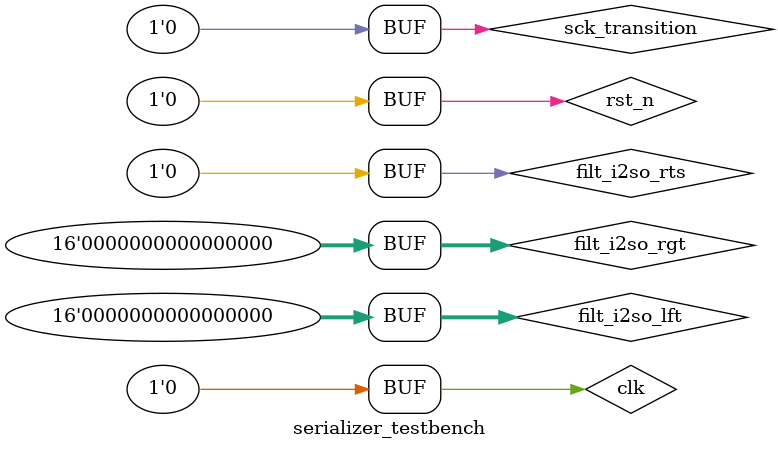
<source format=v>

`timescale 1ns / 1ps

module serializer_testbench;

	// Inputs
	reg clk;
	reg rst_n;
	reg filt_i2so_rts;
	reg [15:0] filt_i2so_lft;
	reg [15:0] filt_i2so_rgt;
	reg sck_transition;

	// Outputs
	wire i2so_sd;
	wire i2so_ws;
	wire filt_i2so_rtr;

	// Instantiate the Unit Under Test (UUT)
	i2so_serializer uut (
		.clk(clk), 
		.rst_n(rst_n), 
		.filt_i2so_rts(filt_i2so_rts), 
		.i2so_sd(i2so_sd), 
		.i2so_ws(i2so_ws), 
		.filt_i2so_lft(filt_i2so_lft), 
		.filt_i2so_rgt(filt_i2so_rgt), 
		.filt_i2so_rtr(filt_i2so_rtr), 
		.sck_transition(sck_transition)
	);

	initial begin
		// Initialize Inputs
		clk = 0;
		rst_n = 0;
		filt_i2so_rts = 0;
		filt_i2so_lft = 0;
		filt_i2so_rgt = 0;
		sck_transition = 0;

		// Wait 100 ns for global reset to finish
		#100;
        
		// Add stimulus here

	end
      
endmodule


</source>
